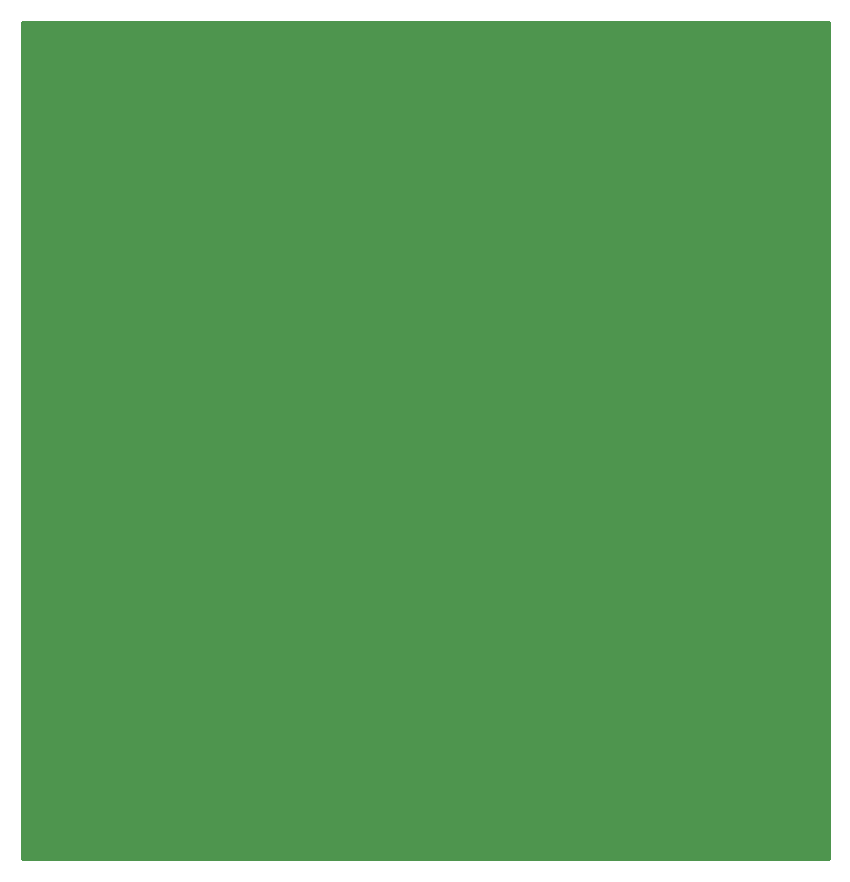
<source format=gbr>
G04 #@! TF.GenerationSoftware,KiCad,Pcbnew,(5.1.5)-3*
G04 #@! TF.CreationDate,2020-04-26T21:39:17+02:00*
G04 #@! TF.ProjectId,czujnikParkowania,637a756a-6e69-46b5-9061-726b6f77616e,rev?*
G04 #@! TF.SameCoordinates,Original*
G04 #@! TF.FileFunction,Other,User*
%FSLAX46Y46*%
G04 Gerber Fmt 4.6, Leading zero omitted, Abs format (unit mm)*
G04 Created by KiCad (PCBNEW (5.1.5)-3) date 2020-04-26 21:39:17*
%MOMM*%
%LPD*%
G04 APERTURE LIST*
%ADD10C,0.254000*%
G04 APERTURE END LIST*
D10*
G36*
X83693000Y-88773000D02*
G01*
X15367000Y-88773000D01*
X15367000Y-17907000D01*
X83693000Y-17907000D01*
X83693000Y-88773000D01*
G37*
X83693000Y-88773000D02*
X15367000Y-88773000D01*
X15367000Y-17907000D01*
X83693000Y-17907000D01*
X83693000Y-88773000D01*
M02*

</source>
